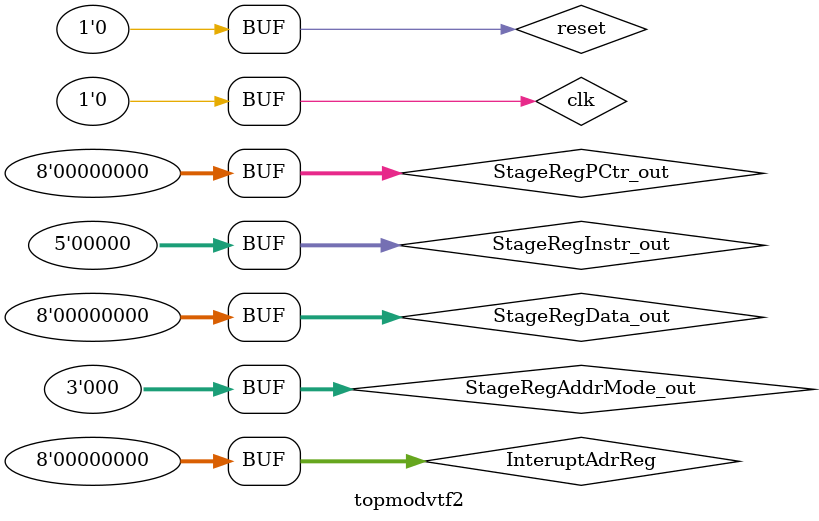
<source format=v>
`timescale 1ns / 1ps


module topmodvtf2;

	// Inputs
	reg [4:0] StageRegInstr_out;
	reg [2:0] StageRegAddrMode_out;
	reg [7:0] StageRegData_out;
	reg [7:0] StageRegPCtr_out;
	reg clk;
	reg reset;
	reg [7:0] InteruptAdrReg;

	// Outputs
	wire [7:0] ACCout;
	wire coutRegout;
	wire zeroRegout;
	wire overflowRegout;
	wire [7:0] NextPctr;
	wire StageComplete;

	// Instantiate the Unit Under Test (UUT)
	topMod uut (
		.StageRegInstr_out(StageRegInstr_out), 
		.StageRegAddrMode_out(StageRegAddrMode_out), 
		.StageRegData_out(StageRegData_out), 
		.StageRegPCtr_out(StageRegPCtr_out), 
		.clk(clk), 
		.reset(reset), 
		.ACCout(ACCout), 
		.coutRegout(coutRegout), 
		.zeroRegout(zeroRegout), 
		.overflowRegout(overflowRegout), 
		.NextPctr(NextPctr), 
		.StageComplete(StageComplete), 
		.InteruptAdrReg(InteruptAdrReg)
	);

	initial begin
		// Initialize Inputs
		StageRegInstr_out = 0;
		StageRegAddrMode_out = 0;
		StageRegData_out = 0;
		StageRegPCtr_out = 0;
		clk = 0;
		reset = 0;
		InteruptAdrReg = 0;

		// Wait 100 ns for global reset to finish
		#100;
        
		// Add stimulus here

	end
      
endmodule


</source>
